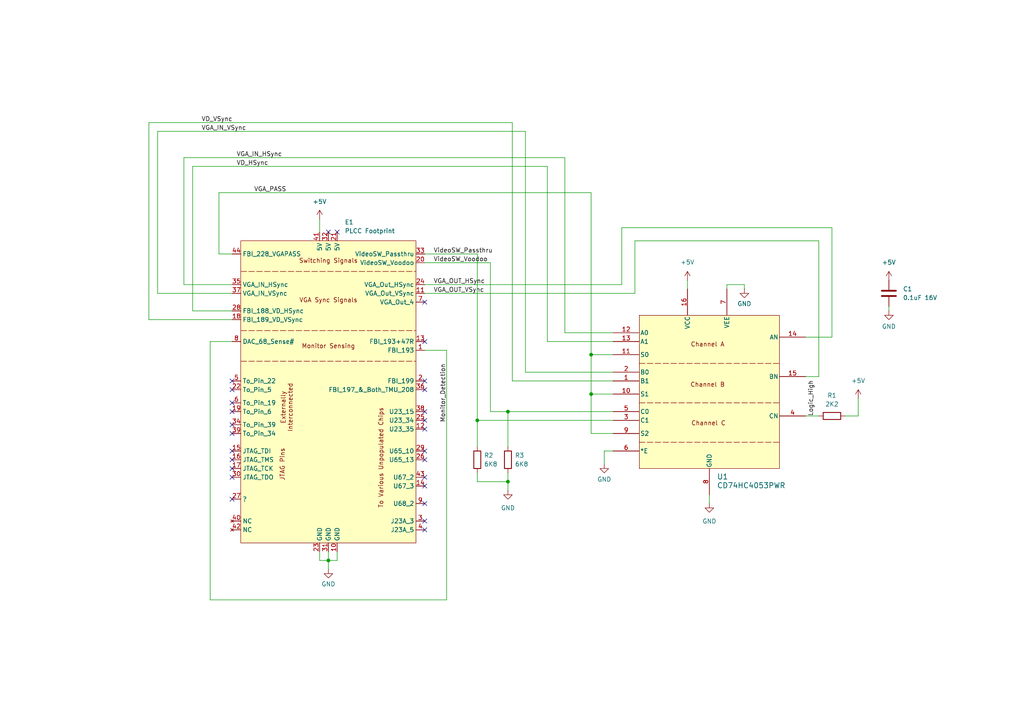
<source format=kicad_sch>
(kicad_sch (version 20231120) (generator "eeschema") (generator_version "8.0")
  (paper "A4")
  (title_block (title "Quantum3D Obsidian2 Xlinx CPLD Replacement") (date "2024-11-07") (rev "1.0") (company "Jeff Chen"))
  (lib_symbols
    (symbol "Device:C" (pin_numbers hide) (pin_names (offset 0.254))
      (property "Reference" "C" (at 0.635 2.54 0))
      (property "Value" "C" (at 0.635 -2.54 0))
      (symbol "C_0_1"
        (polyline (pts (xy -2.032 -0.762) (xy 2.032 -0.762)) (stroke (width 0.508)))
        (polyline (pts (xy -2.032 0.762) (xy 2.032 0.762)) (stroke (width 0.508)))
      )
      (symbol "C_1_1"
        (pin passive line (at 0 3.81 270) (length 2.794) (name "~") (number "1"))
        (pin passive line (at 0 -3.81 90) (length 2.794) (name "~") (number "2"))
      )
    )
    (symbol "Device:R" (pin_numbers hide) (pin_names (offset 0))
      (property "Reference" "R" (at 2.032 0 90))
      (property "Value" "R" (at 0 0 90))
      (symbol "R_0_1"
        (rectangle (start -1.016 -2.54) (end 1.016 2.54) (stroke (width 0.254)))
      )
      (symbol "R_1_1"
        (pin passive line (at 0 3.81 270) (length 1.27) (name "~") (number "1"))
        (pin passive line (at 0 -3.81 90) (length 1.27) (name "~") (number "2"))
      )
    )
    (symbol "Quantum3D Voodoo2:CD74HC4053PWR" (pin_names (offset 0.254))
      (property "Reference" "U" (at 1.905 2.54 0))
      (property "Value" "CD74HC4053PWR" (at 19.685 -23.495 0))
      (symbol "CD74HC4053PWR_0_1"
        (pin bidirectional line (at -7.62 -19.05 0) (length 7.62) (name "B1") (number "1"))
        (pin bidirectional line (at -7.62 -5.08 0) (length 7.62) (name "A0") (number "12"))
        (pin bidirectional line (at -7.62 -7.62 0) (length 7.62) (name "A1") (number "13"))
        (pin bidirectional line (at 48.26 -6.35 180) (length 7.62) (name "AN") (number "14"))
        (pin bidirectional line (at 48.26 -17.78 180) (length 7.62) (name "BN") (number "15"))
        (pin power_in line (at 13.97 7.62 270) (length 7.62) (name "VCC") (number "16"))
        (pin bidirectional line (at -7.62 -16.51 0) (length 7.62) (name "B0") (number "2"))
        (pin bidirectional line (at -7.62 -30.48 0) (length 7.62) (name "C1") (number "3"))
        (pin bidirectional line (at 48.26 -29.21 180) (length 7.62) (name "CN") (number "4"))
        (pin bidirectional line (at -7.62 -27.94 0) (length 7.62) (name "C0") (number "5"))
        (pin input line (at -7.62 -39.37 0) (length 7.62) (name "*E") (number "6"))
        (pin power_in line (at 25.4 7.62 270) (length 7.62) (name "VEE") (number "7"))
      )
      (symbol "CD74HC4053PWR_1_1"
        (polyline (pts (xy 0 -36.83) (xy 40.64 -36.83)) (stroke (width 0) (type dash)))
        (polyline (pts (xy 0 -25.4) (xy 40.64 -25.4)) (stroke (width 0) (type dash)))
        (polyline (pts (xy 0 -13.97) (xy 40.64 -13.97)) (stroke (width 0) (type dash)))
        (rectangle (start 0 0) (end 40.64 -44.45) (fill (type background)))
        (text "Channel A" (at 19.812 -8.382 0) (effects (font (size 1.27 1.27))))
        (text "Channel B" (at 19.812 -20.066 0) (effects (font (size 1.27 1.27))))
        (text "Channel C" (at 20.066 -31.242 0) (effects (font (size 1.27 1.27))))
        (pin input line (at -7.62 -22.86 0) (length 7.62) (name "S1") (number "10"))
        (pin input line (at -7.62 -11.43 0) (length 7.62) (name "S0") (number "11"))
        (pin power_out line (at 20.32 -52.07 90) (length 7.62) (name "GND") (number "8"))
        (pin input line (at -7.62 -34.29 0) (length 7.62) (name "S2") (number "9"))
      )
    )
    (symbol "Quantum3D Voodoo2:CPLD_Replacement"
      (property "Reference" "U" (at 2.54 2.54 0))
      (symbol "CPLD_Replacement_0_0"
        (pin output line (at 53.34 -31.75 180) (length 2.54) (name "FBI_193") (number "1"))
        (pin power_in line (at 27.94 -90.17 90) (length 2.54) (name "GND") (number "10"))
        (pin output line (at 53.34 -15.24 180) (length 2.54) (name "VGA_Out_VSync") (number "11"))
        (pin output line (at 53.34 -54.61 180) (length 2.54) (name "U23_35") (number "12"))
        (pin output line (at 53.34 -29.21 180) (length 2.54) (name "FBI_193+47R") (number "13"))
        (pin output line (at 53.34 -71.12 180) (length 2.54) (name "U67_3") (number "14"))
        (pin input line (at -2.54 -60.96 0) (length 2.54) (name "JTAG_TDI") (number "15"))
        (pin input line (at -2.54 -63.5 0) (length 2.54) (name "JTAG_TMS") (number "16"))
        (pin input line (at -2.54 -66.04 0) (length 2.54) (name "JTAG_TCK") (number "17"))
        (pin tri_state line (at -2.54 -49.53 0) (length 2.54) (name "To_Pin_6") (number "19"))
        (pin unspecified line (at 53.34 -40.64 180) (length 2.54) (name "FBI_199") (number "2"))
        (pin output line (at 53.34 -6.35 180) (length 2.54) (name "VideoSW_Voodoo") (number "20"))
        (pin power_out line (at 27.94 2.54 270) (length 2.54) (name "5V") (number "21"))
        (pin tri_state line (at -2.54 -43.18 0) (length 2.54) (name "To_Pin_5") (number "22"))
        (pin power_in line (at 22.86 -90.17 90) (length 2.54) (name "GND") (number "23"))
        (pin output line (at 53.34 -12.7 180) (length 2.54) (name "VGA_Out_HSync") (number "24"))
        (pin output line (at 53.34 -52.07 180) (length 2.54) (name "U23_34") (number "25"))
        (pin output line (at 53.34 -63.5 180) (length 2.54) (name "U65_13") (number "26"))
        (pin unspecified line (at -2.54 -74.93 0) (length 2.54) (name "?") (number "27"))
        (pin output line (at 53.34 -60.96 180) (length 2.54) (name "U65_10") (number "29"))
        (pin unspecified line (at 53.34 -81.28 180) (length 2.54) (name "J23A_3") (number "3"))
        (pin output line (at -2.54 -68.58 0) (length 2.54) (name "JTAG_TDO") (number "30"))
        (pin power_in line (at 25.4 -90.17 90) (length 2.54) (name "GND") (number "31"))
        (pin power_out line (at 25.4 2.54 270) (length 2.54) (name "5V") (number "32"))
        (pin output line (at 53.34 -3.81 180) (length 2.54) (name "VideoSW_Passthru") (number "33"))
        (pin tri_state line (at -2.54 -53.34 0) (length 2.54) (name "To_Pin_39") (number "34"))
        (pin input line (at -2.54 -12.7 0) (length 2.54) (name "VGA_IN_HSync") (number "35"))
        (pin input line (at -2.54 -15.24 0) (length 2.54) (name "VGA_IN_VSync") (number "37"))
        (pin output line (at 53.34 -49.53 180) (length 2.54) (name "U23_15") (number "38"))
        (pin unspecified line (at 53.34 -83.82 180) (length 2.54) (name "J23A_5") (number "4"))
        (pin no_connect line (at -2.54 -81.28 0) (length 2.54) (name "NC") (number "40"))
        (pin power_in line (at 22.86 2.54 270) (length 2.54) (name "5V") (number "41"))
        (pin no_connect line (at -2.54 -83.82 0) (length 2.54) (name "NC") (number "42"))
        (pin output line (at 53.34 -68.58 180) (length 2.54) (name "U67_2") (number "43"))
        (pin tri_state line (at -2.54 -40.64 0) (length 2.54) (name "To_Pin_22") (number "5"))
        (pin tri_state line (at -2.54 -46.99 0) (length 2.54) (name "To_Pin_19") (number "6"))
        (pin input line (at -2.54 -29.21 0) (length 2.54) (name "DAC_68_Sense#") (number "8"))
        (pin output line (at 53.34 -76.2 180) (length 2.54) (name "U68_2") (number "9"))
      )
      (symbol "CPLD_Replacement_1_0"
        (pin input line (at -2.54 -22.86 0) (length 2.54) (name "FBI_189_VD_VSync") (number "18"))
        (pin input line (at -2.54 -20.32 0) (length 2.54) (name "FBI_188_VD_HSync") (number "28"))
        (pin unspecified line (at 53.34 -43.18 180) (length 2.54) (name "FBI_197_&_Both_TMU_208") (number "36"))
        (pin tri_state line (at -2.54 -55.88 0) (length 2.54) (name "To_Pin_34") (number "39"))
        (pin output line (at -2.54 -3.81 0) (length 2.54) (name "FBI_228_VGAPASS") (number "44"))
        (pin output line (at 53.34 -17.78 180) (length 2.54) (name "VGA_Out_4") (number "7"))
      )
      (symbol "CPLD_Replacement_1_1"
        (polyline (pts (xy 0 -34.925) (xy 50.8 -34.925)) (stroke (width 0) (type dash)))
        (polyline (pts (xy 0 -26.035) (xy 50.8 -26.035)) (stroke (width 0) (type dash)))
        (polyline (pts (xy 0 -8.89) (xy 50.8 -8.89)) (stroke (width 0) (type dash)))
        (rectangle (start 0 0) (end 50.8 -87.63) (fill (type background)))
        (text "Externally\nInterconnected" (at 13.335 -48.26 900) (effects (font (size 1.27 1.27))))
        (text "JTAG Pins" (at 12.065 -64.77 900) (effects (font (size 1.27 1.27))))
        (text "Monitor Sensing" (at 25.4 -30.48 0) (effects (font (size 1.27 1.27))))
        (text "Switching Signals" (at 25.4 -5.715 0) (effects (font (size 1.27 1.27))))
        (text "To Various Unpopulated Chips" (at 40.64 -62.865 900) (effects (font (size 1.27 1.27))))
        (text "VGA Sync Signals" (at 25.4 -17.145 0) (effects (font (size 1.27 1.27))))
      )
    )
    (symbol "power:+5V" (power) (pin_numbers hide) (pin_names (offset 0) hide)
      (property "Value" "+5V" (at 0 3.556 0))
      (symbol "+5V_0_1"
        (polyline (pts (xy -0.762 1.27) (xy 0 2.54)))
        (polyline (pts (xy 0 0) (xy 0 2.54)))
        (polyline (pts (xy 0 2.54) (xy 0.762 1.27)))
      )
      (symbol "+5V_1_1"
        (pin power_in line (at 0 0 90) (length 0) (name "~") (number "1"))
      )
    )
    (symbol "power:GND" (power) (pin_numbers hide) (pin_names (offset 0) hide)
      (property "Value" "GND" (at 0 -3.81 0))
      (symbol "GND_0_1"
        (polyline (pts (xy 0 0) (xy 0 -1.27) (xy 1.27 -1.27) (xy 0 -2.54) (xy -1.27 -1.27) (xy 0 -1.27)))
      )
      (symbol "GND_1_1"
        (pin power_in line (at 0 0 270) (length 0) (name "~") (number "1"))
      )
    )
  )
  (junction (at 147.32 139.7))
  (junction (at 171.45 114.3))
  (junction (at 171.45 102.87))
  (junction (at 138.43 121.92))
  (junction (at 147.32 119.38))
  (junction (at 95.25 162.56))
  (no_connect (at 123.19 124.46))
  (no_connect (at 123.19 121.92))
  (no_connect (at 123.19 133.35))
  (no_connect (at 97.79 67.31))
  (no_connect (at 67.31 119.38))
  (no_connect (at 67.31 144.78))
  (no_connect (at 67.31 133.35))
  (no_connect (at 123.19 130.81))
  (no_connect (at 123.19 146.05))
  (no_connect (at 123.19 138.43))
  (no_connect (at 67.31 123.19))
  (no_connect (at 123.19 99.06))
  (no_connect (at 67.31 110.49))
  (no_connect (at 67.31 135.89))
  (no_connect (at 123.19 110.49))
  (no_connect (at 123.19 113.03))
  (no_connect (at 123.19 151.13))
  (no_connect (at 123.19 153.67))
  (no_connect (at 123.19 140.97))
  (no_connect (at 67.31 138.43))
  (no_connect (at 67.31 125.73))
  (no_connect (at 123.19 119.38))
  (no_connect (at 67.31 116.84))
  (no_connect (at 95.25 67.31))
  (no_connect (at 123.19 87.63))
  (no_connect (at 67.31 130.81))
  (no_connect (at 67.31 113.03))
  (wire (pts (xy 60.96 173.99) (xy 129.54 173.99)))
  (wire (pts (xy 147.32 137.16) (xy 147.32 139.7)))
  (wire (pts (xy 97.79 162.56) (xy 95.25 162.56)))
  (wire (pts (xy 138.43 73.66) (xy 123.19 73.66)))
  (wire (pts (xy 241.3 66.04) (xy 241.3 97.79)))
  (wire (pts (xy 147.32 119.38) (xy 177.8 119.38)))
  (wire (pts (xy 158.75 48.26) (xy 158.75 99.06)))
  (wire (pts (xy 43.18 35.56) (xy 148.59 35.56)))
  (wire (pts (xy 171.45 55.88) (xy 171.45 102.87)))
  (wire (pts (xy 237.49 109.22) (xy 233.68 109.22)))
  (wire (pts (xy 63.5 55.88) (xy 63.5 73.66)))
  (wire (pts (xy 92.71 63.5) (xy 92.71 67.31)))
  (wire (pts (xy 63.5 73.66) (xy 67.31 73.66)))
  (wire (pts (xy 210.82 82.55) (xy 215.9 82.55)))
  (wire (pts (xy 123.19 82.55) (xy 180.34 82.55)))
  (wire (pts (xy 248.92 120.65) (xy 245.11 120.65)))
  (wire (pts (xy 67.31 82.55) (xy 53.34 82.55)))
  (wire (pts (xy 138.43 121.92) (xy 138.43 73.66)))
  (wire (pts (xy 199.39 81.28) (xy 199.39 83.82)))
  (wire (pts (xy 237.49 120.65) (xy 233.68 120.65)))
  (wire (pts (xy 67.31 85.09) (xy 45.72 85.09)))
  (wire (pts (xy 53.34 45.72) (xy 163.83 45.72)))
  (wire (pts (xy 67.31 99.06) (xy 60.96 99.06)))
  (wire (pts (xy 158.75 99.06) (xy 177.8 99.06)))
  (wire (pts (xy 123.19 101.6) (xy 129.54 101.6)))
  (wire (pts (xy 257.81 90.17) (xy 257.81 88.9)))
  (wire (pts (xy 92.71 162.56) (xy 95.25 162.56)))
  (wire (pts (xy 138.43 137.16) (xy 138.43 139.7)))
  (wire (pts (xy 138.43 121.92) (xy 177.8 121.92)))
  (wire (pts (xy 237.49 69.85) (xy 237.49 109.22)))
  (wire (pts (xy 53.34 82.55) (xy 53.34 45.72)))
  (wire (pts (xy 43.18 92.71) (xy 67.31 92.71)))
  (wire (pts (xy 180.34 66.04) (xy 241.3 66.04)))
  (wire (pts (xy 55.88 48.26) (xy 55.88 90.17)))
  (wire (pts (xy 148.59 35.56) (xy 148.59 110.49)))
  (wire (pts (xy 152.4 38.1) (xy 152.4 107.95)))
  (wire (pts (xy 123.19 76.2) (xy 142.24 76.2)))
  (wire (pts (xy 138.43 139.7) (xy 147.32 139.7)))
  (wire (pts (xy 147.32 129.54) (xy 147.32 119.38)))
  (wire (pts (xy 171.45 102.87) (xy 171.45 114.3)))
  (wire (pts (xy 215.9 82.55) (xy 215.9 83.82)))
  (wire (pts (xy 171.45 102.87) (xy 177.8 102.87)))
  (wire (pts (xy 241.3 97.79) (xy 233.68 97.79)))
  (wire (pts (xy 95.25 162.56) (xy 95.25 165.1)))
  (wire (pts (xy 97.79 160.02) (xy 97.79 162.56)))
  (wire (pts (xy 175.26 130.81) (xy 175.26 134.62)))
  (wire (pts (xy 129.54 101.6) (xy 129.54 173.99)))
  (wire (pts (xy 142.24 119.38) (xy 147.32 119.38)))
  (wire (pts (xy 95.25 160.02) (xy 95.25 162.56)))
  (wire (pts (xy 148.59 110.49) (xy 177.8 110.49)))
  (wire (pts (xy 171.45 114.3) (xy 177.8 114.3)))
  (wire (pts (xy 205.74 143.51) (xy 205.74 146.05)))
  (wire (pts (xy 55.88 48.26) (xy 158.75 48.26)))
  (wire (pts (xy 152.4 107.95) (xy 177.8 107.95)))
  (wire (pts (xy 184.15 85.09) (xy 184.15 69.85)))
  (wire (pts (xy 171.45 114.3) (xy 171.45 125.73)))
  (wire (pts (xy 163.83 96.52) (xy 177.8 96.52)))
  (wire (pts (xy 184.15 69.85) (xy 237.49 69.85)))
  (wire (pts (xy 248.92 115.57) (xy 248.92 120.65)))
  (wire (pts (xy 67.31 90.17) (xy 55.88 90.17)))
  (wire (pts (xy 45.72 38.1) (xy 45.72 85.09)))
  (wire (pts (xy 177.8 125.73) (xy 171.45 125.73)))
  (wire (pts (xy 138.43 129.54) (xy 138.43 121.92)))
  (wire (pts (xy 45.72 38.1) (xy 152.4 38.1)))
  (wire (pts (xy 171.45 55.88) (xy 63.5 55.88)))
  (wire (pts (xy 163.83 45.72) (xy 163.83 96.52)))
  (wire (pts (xy 123.19 85.09) (xy 184.15 85.09)))
  (wire (pts (xy 43.18 35.56) (xy 43.18 92.71)))
  (wire (pts (xy 210.82 83.82) (xy 210.82 82.55)))
  (wire (pts (xy 142.24 76.2) (xy 142.24 119.38)))
  (wire (pts (xy 60.96 99.06) (xy 60.96 173.99)))
  (wire (pts (xy 177.8 130.81) (xy 175.26 130.81)))
  (wire (pts (xy 92.71 160.02) (xy 92.71 162.56)))
  (wire (pts (xy 147.32 139.7) (xy 147.32 142.24)))
  (wire (pts (xy 180.34 82.55) (xy 180.34 66.04)))
  (label "VD_HSync" (at 68.58 48.26 0))
  (label "VD_VSync" (at 58.42 35.56 0))
  (label "VGA_IN_VSync" (at 58.42 38.1 0))
  (label "Monitor_Detection" (at 129.54 105.41 270))
  (label "VGA_PASS" (at 73.66 55.88 0))
  (label "VGA_OUT_VSync" (at 125.73 85.09 0))
  (label "VGA_OUT_HSync" (at 125.73 82.55 0))
  (label "Logic_High" (at 236.22 120.65 90))
  (label "VideoSW_Passthru" (at 125.73 73.66 0))
  (label "VGA_IN_HSync" (at 68.58 45.72 0))
  (label "VideoSW_Voodoo" (at 125.73 76.2 0))
  (symbol (lib_id "power:GND") (at 215.9 83.82 0) (unit 1)
    (property "Reference" "#PWR03" (effects (hide yes)))
    (property "Value" "GND" (at 215.9 88.1134 0))
    (property "Description" "Power symbol creates a global label with name \"GND\" , ground" (effects (hide yes)))
  )
  (symbol (lib_id "power:+5V") (at 92.71 63.5 0) (unit 1)
    (property "Reference" "#PWR05" (effects (hide yes)))
    (property "Value" "+5V" (at 92.71 58.4891 0))
    (property "Description" "Power symbol creates a global label with name \"+5V\"" (effects (hide yes)))
  )
  (symbol (lib_id "Device:R") (at 241.3 120.65 90) (unit 1)
    (property "Reference" "R1" (at 241.3 114.6931 90))
    (property "Value" "2K2" (at 241.3 117.2331 90))
    (property "Footprint" "Resistor_SMD:R_0603_1608Metric_Pad0.98x0.95mm_HandSolder" (effects (hide yes)))
    (property "Description" "Resistor" (effects (hide yes)))
  )
  (symbol (lib_id "Quantum3D Voodoo2:CD74HC4053PWR") (at 185.42 91.44 0) (unit 1)
    (property "Reference" "U1" (at 207.9341 138.2631 0) (effects (font (size 1.524 1.524)) (justify left)))
    (property "Value" "CD74HC4053PWR" (at 207.9341 140.8031 0) (effects (font (size 1.524 1.524)) (justify left)))
    (property "Footprint" "PW16" (effects (hide yes)))
    (property "Datasheet" "CD74HC4053PWR" (effects (hide yes)))
  )
  (symbol (lib_id "Device:R") (at 138.43 133.35 0) (unit 1)
    (property "Reference" "R2" (at 140.3919 132.0799 0) (effects (justify left)))
    (property "Value" "6K8" (at 140.3919 134.6199 0) (effects (justify left)))
    (property "Footprint" "Resistor_SMD:R_0603_1608Metric_Pad0.98x0.95mm_HandSolder" (effects (hide yes)))
    (property "Description" "Resistor" (effects (hide yes)))
  )
  (symbol (lib_id "power:GND") (at 95.25 165.1 0) (unit 1)
    (property "Reference" "#PWR04" (effects (hide yes)))
    (property "Value" "GND" (at 95.25 169.3941 0))
    (property "Description" "Power symbol creates a global label with name \"GND\" , ground" (effects (hide yes)))
  )
  (symbol (lib_id "power:GND") (at 257.81 90.17 0) (unit 1)
    (property "Reference" "#PWR09" (effects (hide yes)))
    (property "Value" "GND" (at 257.81 94.6937 0))
    (property "Description" "Power symbol creates a global label with name \"GND\" , ground" (effects (hide yes)))
  )
  (symbol (lib_id "power:GND") (at 175.26 134.62 0) (unit 1)
    (property "Reference" "#PWR01" (effects (hide yes)))
    (property "Value" "GND" (at 175.26 139.0346 0))
    (property "Description" "Power symbol creates a global label with name \"GND\" , ground" (effects (hide yes)))
  )
  (symbol (lib_id "power:GND") (at 147.32 142.24 0) (unit 1)
    (property "Reference" "#PWR08" (effects (hide yes)))
    (property "Value" "GND" (at 147.32 147.3237 0))
    (property "Description" "Power symbol creates a global label with name \"GND\" , ground" (effects (hide yes)))
  )
  (symbol (lib_id "Device:C") (at 257.81 85.09 0) (unit 1)
    (property "Reference" "C1" (at 261.8874 83.8199 0) (effects (justify left)))
    (property "Value" "0.1uF 16V" (at 261.8874 86.3599 0) (effects (justify left)))
    (property "Footprint" "Resistor_SMD:R_0603_1608Metric_Pad0.98x0.95mm_HandSolder" (effects (hide yes)))
    (property "Description" "Unpolarized capacitor" (effects (hide yes)))
  )
  (symbol (lib_id "power:+5V") (at 248.92 115.57 0) (unit 1)
    (property "Reference" "#PWR07" (effects (hide yes)))
    (property "Value" "+5V" (at 248.92 110.4341 0))
    (property "Description" "Power symbol creates a global label with name \"+5V\"" (effects (hide yes)))
  )
  (symbol (lib_id "Device:R") (at 147.32 133.35 0) (unit 1)
    (property "Reference" "R3" (at 149.3433 132.0799 0) (effects (justify left)))
    (property "Value" "6K8" (at 149.3433 134.6199 0) (effects (justify left)))
    (property "Footprint" "Resistor_SMD:R_0603_1608Metric_Pad0.98x0.95mm_HandSolder" (effects (hide yes)))
    (property "Description" "Resistor" (effects (hide yes)))
  )
  (symbol (lib_id "power:GND") (at 205.74 146.05 0) (unit 1)
    (property "Reference" "#PWR02" (effects (hide yes)))
    (property "Value" "GND" (at 205.74 151.1886 0))
    (property "Description" "Power symbol creates a global label with name \"GND\" , ground" (effects (hide yes)))
  )
  (symbol (lib_id "power:+5V") (at 199.39 81.28 0) (unit 1)
    (property "Reference" "#PWR06" (effects (hide yes)))
    (property "Value" "+5V" (at 199.39 76.0637 0))
    (property "Description" "Power symbol creates a global label with name \"+5V\"" (effects (hide yes)))
  )
  (symbol (lib_id "Quantum3D Voodoo2:CPLD_Replacement") (at 69.85 69.85 0) (unit 1)
    (property "Reference" "E1" (at 99.9841 64.4418 0) (effects (justify left)))
    (property "Value" "PLCC Footprint" (at 99.9841 66.9818 0) (effects (justify left)))
    (property "Footprint" "Quantum3D Voodoo2:CPLD_Replacement_44" (effects (hide yes)))
  )
  (symbol (lib_id "power:+5V") (at 257.81 81.28 0) (unit 1)
    (property "Reference" "#PWR010" (effects (hide yes)))
    (property "Value" "+5V" (at 257.81 76.1062 0))
    (property "Description" "Power symbol creates a global label with name \"+5V\"" (effects (hide yes)))
  )
)
</source>
